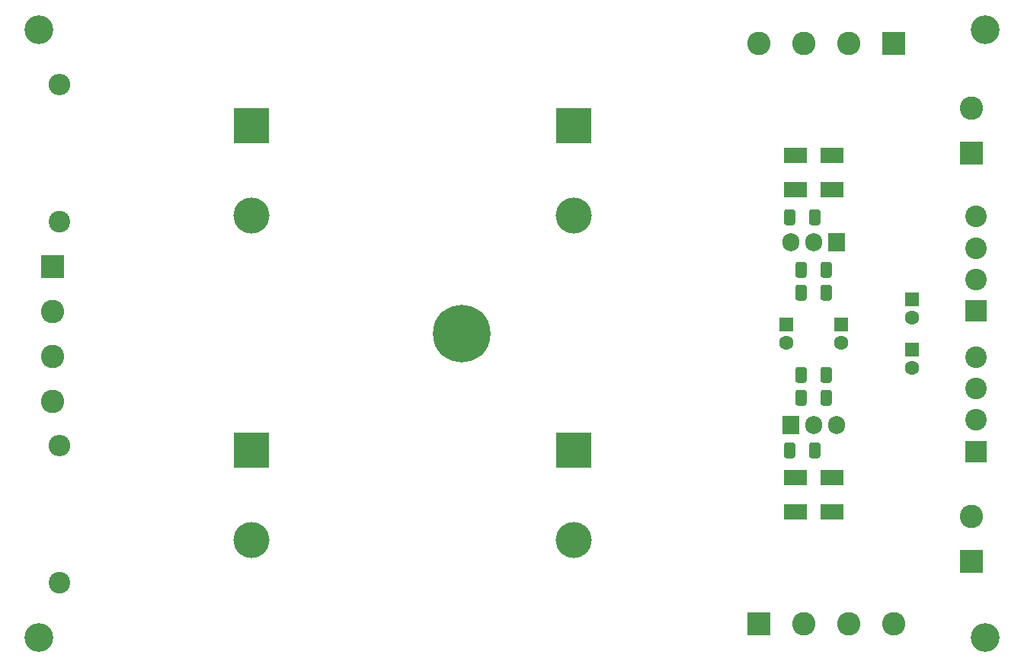
<source format=gbr>
G04 #@! TF.GenerationSoftware,KiCad,Pcbnew,5.1.9*
G04 #@! TF.CreationDate,2021-04-19T04:03:33-04:00*
G04 #@! TF.ProjectId,lm3886_psu_4ch,6c6d3338-3836-45f7-9073-755f3463682e,rev?*
G04 #@! TF.SameCoordinates,Original*
G04 #@! TF.FileFunction,Soldermask,Bot*
G04 #@! TF.FilePolarity,Negative*
%FSLAX46Y46*%
G04 Gerber Fmt 4.6, Leading zero omitted, Abs format (unit mm)*
G04 Created by KiCad (PCBNEW 5.1.9) date 2021-04-19 04:03:33*
%MOMM*%
%LPD*%
G01*
G04 APERTURE LIST*
%ADD10C,0.800000*%
%ADD11C,6.400000*%
%ADD12C,3.200000*%
%ADD13C,2.600000*%
%ADD14R,2.600000X2.600000*%
%ADD15C,2.400000*%
%ADD16R,2.400000X2.400000*%
%ADD17C,4.000000*%
%ADD18R,4.000000X4.000000*%
%ADD19C,1.600000*%
%ADD20R,1.600000X1.600000*%
%ADD21O,2.400000X2.400000*%
%ADD22O,1.905000X2.000000*%
%ADD23R,1.905000X2.000000*%
%ADD24R,2.500000X1.800000*%
G04 APERTURE END LIST*
D10*
X130983056Y-88726944D03*
X129286000Y-88024000D03*
X127588944Y-88726944D03*
X126886000Y-90424000D03*
X127588944Y-92121056D03*
X129286000Y-92824000D03*
X130983056Y-92121056D03*
X131686000Y-90424000D03*
D11*
X129286000Y-90424000D03*
D12*
X82296000Y-56642000D03*
X82296000Y-124206000D03*
X187452000Y-124206000D03*
X187452000Y-56642000D03*
D13*
X185928000Y-110697000D03*
D14*
X185928000Y-115697000D03*
D13*
X185928000Y-65358000D03*
D14*
X185928000Y-70358000D03*
D13*
X177306000Y-122682000D03*
X172306000Y-122682000D03*
X167306000Y-122682000D03*
D14*
X162306000Y-122682000D03*
D13*
X162292000Y-58166000D03*
X167292000Y-58166000D03*
X172292000Y-58166000D03*
D14*
X177292000Y-58166000D03*
D15*
X186436000Y-93005000D03*
X186436000Y-96505000D03*
X186436000Y-100005000D03*
D16*
X186436000Y-103505000D03*
D15*
X186436000Y-77384000D03*
X186436000Y-80884000D03*
X186436000Y-84384000D03*
D16*
X186436000Y-87884000D03*
D13*
X83820000Y-97931000D03*
X83820000Y-92931000D03*
X83820000Y-87931000D03*
D14*
X83820000Y-82931000D03*
D17*
X141732000Y-113378000D03*
D18*
X141732000Y-103378000D03*
D17*
X141732000Y-77310000D03*
D18*
X141732000Y-67310000D03*
D19*
X179324000Y-94202000D03*
D20*
X179324000Y-92202000D03*
D19*
X179324000Y-88614000D03*
D20*
X179324000Y-86614000D03*
D19*
X165354000Y-91408000D03*
D20*
X165354000Y-89408000D03*
D19*
X171450000Y-91408000D03*
D20*
X171450000Y-89408000D03*
G36*
G01*
X165107000Y-104003000D02*
X165107000Y-102753000D01*
G75*
G02*
X165357000Y-102503000I250000J0D01*
G01*
X166107000Y-102503000D01*
G75*
G02*
X166357000Y-102753000I0J-250000D01*
G01*
X166357000Y-104003000D01*
G75*
G02*
X166107000Y-104253000I-250000J0D01*
G01*
X165357000Y-104253000D01*
G75*
G02*
X165107000Y-104003000I0J250000D01*
G01*
G37*
G36*
G01*
X167907000Y-104003000D02*
X167907000Y-102753000D01*
G75*
G02*
X168157000Y-102503000I250000J0D01*
G01*
X168907000Y-102503000D01*
G75*
G02*
X169157000Y-102753000I0J-250000D01*
G01*
X169157000Y-104003000D01*
G75*
G02*
X168907000Y-104253000I-250000J0D01*
G01*
X168157000Y-104253000D01*
G75*
G02*
X167907000Y-104003000I0J250000D01*
G01*
G37*
G36*
G01*
X166357000Y-76845000D02*
X166357000Y-78095000D01*
G75*
G02*
X166107000Y-78345000I-250000J0D01*
G01*
X165357000Y-78345000D01*
G75*
G02*
X165107000Y-78095000I0J250000D01*
G01*
X165107000Y-76845000D01*
G75*
G02*
X165357000Y-76595000I250000J0D01*
G01*
X166107000Y-76595000D01*
G75*
G02*
X166357000Y-76845000I0J-250000D01*
G01*
G37*
G36*
G01*
X169157000Y-76845000D02*
X169157000Y-78095000D01*
G75*
G02*
X168907000Y-78345000I-250000J0D01*
G01*
X168157000Y-78345000D01*
G75*
G02*
X167907000Y-78095000I0J250000D01*
G01*
X167907000Y-76845000D01*
G75*
G02*
X168157000Y-76595000I250000J0D01*
G01*
X168907000Y-76595000D01*
G75*
G02*
X169157000Y-76845000I0J-250000D01*
G01*
G37*
D21*
X84582000Y-102870000D03*
D15*
X84582000Y-118110000D03*
D21*
X84582000Y-62738000D03*
D15*
X84582000Y-77978000D03*
D22*
X170942000Y-100584000D03*
X168402000Y-100584000D03*
D23*
X165862000Y-100584000D03*
D22*
X165862000Y-80264000D03*
X168402000Y-80264000D03*
D23*
X170942000Y-80264000D03*
G36*
G01*
X169177000Y-98161000D02*
X169177000Y-96911000D01*
G75*
G02*
X169427000Y-96661000I250000J0D01*
G01*
X170177000Y-96661000D01*
G75*
G02*
X170427000Y-96911000I0J-250000D01*
G01*
X170427000Y-98161000D01*
G75*
G02*
X170177000Y-98411000I-250000J0D01*
G01*
X169427000Y-98411000D01*
G75*
G02*
X169177000Y-98161000I0J250000D01*
G01*
G37*
G36*
G01*
X166377000Y-98161000D02*
X166377000Y-96911000D01*
G75*
G02*
X166627000Y-96661000I250000J0D01*
G01*
X167377000Y-96661000D01*
G75*
G02*
X167627000Y-96911000I0J-250000D01*
G01*
X167627000Y-98161000D01*
G75*
G02*
X167377000Y-98411000I-250000J0D01*
G01*
X166627000Y-98411000D01*
G75*
G02*
X166377000Y-98161000I0J250000D01*
G01*
G37*
G36*
G01*
X169177000Y-83937000D02*
X169177000Y-82687000D01*
G75*
G02*
X169427000Y-82437000I250000J0D01*
G01*
X170177000Y-82437000D01*
G75*
G02*
X170427000Y-82687000I0J-250000D01*
G01*
X170427000Y-83937000D01*
G75*
G02*
X170177000Y-84187000I-250000J0D01*
G01*
X169427000Y-84187000D01*
G75*
G02*
X169177000Y-83937000I0J250000D01*
G01*
G37*
G36*
G01*
X166377000Y-83937000D02*
X166377000Y-82687000D01*
G75*
G02*
X166627000Y-82437000I250000J0D01*
G01*
X167377000Y-82437000D01*
G75*
G02*
X167627000Y-82687000I0J-250000D01*
G01*
X167627000Y-83937000D01*
G75*
G02*
X167377000Y-84187000I-250000J0D01*
G01*
X166627000Y-84187000D01*
G75*
G02*
X166377000Y-83937000I0J250000D01*
G01*
G37*
G36*
G01*
X167627000Y-94371000D02*
X167627000Y-95621000D01*
G75*
G02*
X167377000Y-95871000I-250000J0D01*
G01*
X166627000Y-95871000D01*
G75*
G02*
X166377000Y-95621000I0J250000D01*
G01*
X166377000Y-94371000D01*
G75*
G02*
X166627000Y-94121000I250000J0D01*
G01*
X167377000Y-94121000D01*
G75*
G02*
X167627000Y-94371000I0J-250000D01*
G01*
G37*
G36*
G01*
X170427000Y-94371000D02*
X170427000Y-95621000D01*
G75*
G02*
X170177000Y-95871000I-250000J0D01*
G01*
X169427000Y-95871000D01*
G75*
G02*
X169177000Y-95621000I0J250000D01*
G01*
X169177000Y-94371000D01*
G75*
G02*
X169427000Y-94121000I250000J0D01*
G01*
X170177000Y-94121000D01*
G75*
G02*
X170427000Y-94371000I0J-250000D01*
G01*
G37*
G36*
G01*
X167627000Y-85227000D02*
X167627000Y-86477000D01*
G75*
G02*
X167377000Y-86727000I-250000J0D01*
G01*
X166627000Y-86727000D01*
G75*
G02*
X166377000Y-86477000I0J250000D01*
G01*
X166377000Y-85227000D01*
G75*
G02*
X166627000Y-84977000I250000J0D01*
G01*
X167377000Y-84977000D01*
G75*
G02*
X167627000Y-85227000I0J-250000D01*
G01*
G37*
G36*
G01*
X170427000Y-85227000D02*
X170427000Y-86477000D01*
G75*
G02*
X170177000Y-86727000I-250000J0D01*
G01*
X169427000Y-86727000D01*
G75*
G02*
X169177000Y-86477000I0J250000D01*
G01*
X169177000Y-85227000D01*
G75*
G02*
X169427000Y-84977000I250000J0D01*
G01*
X170177000Y-84977000D01*
G75*
G02*
X170427000Y-85227000I0J-250000D01*
G01*
G37*
D24*
X166402000Y-110236000D03*
X170402000Y-110236000D03*
X170402000Y-70612000D03*
X166402000Y-70612000D03*
X170402000Y-106426000D03*
X166402000Y-106426000D03*
X170402000Y-74422000D03*
X166402000Y-74422000D03*
D17*
X105918000Y-113378000D03*
D18*
X105918000Y-103378000D03*
D17*
X105918000Y-77310000D03*
D18*
X105918000Y-67310000D03*
M02*

</source>
